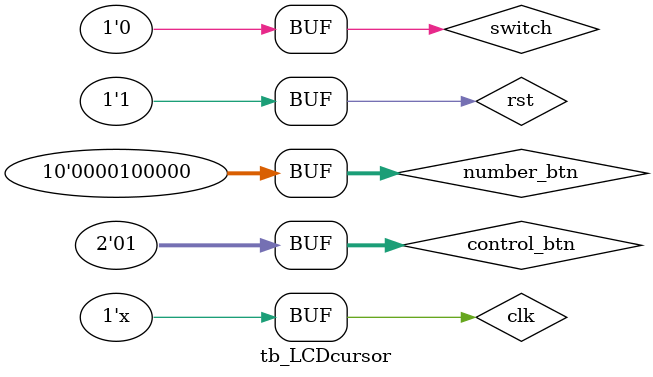
<source format=v>
`timescale 1us/1ns
module tb_LCDcursor();

reg rst, clk;
reg [9:0] number_btn;
reg [1:0] control_btn;
reg switch;

wire LCD_E, LCD_RS, LCD_RW;
wire [7:0] LCD_DATA;
wire [7:0] LED_out;

LCD_cursor L1(rst, clk, LCD_E, LCD_RS, LCD_RW, LCD_DATA, LED_out, number_btn, control_btn, switch);

initial begin
    clk <= 0;
    rst <= 0;
    number_btn <= 0;
    control_btn <= 0;
    switch <= 0;
    #10 rst <= 1;
    #10 rst <= 0;
    #10 rst <= 1;
    
    #1e+6 control_btn <= 2'b01;
    #1e+6 number_btn <= 10'b0010_0000_000;
    
    #1e+6 control_btn <= 2'b01;
    #1e+6 number_btn <= 10'b000_0100_000;
    
    end
    
     always begin
    #0.5 clk <= ~clk;
    end
    endmodule
    
    
    
    
</source>
